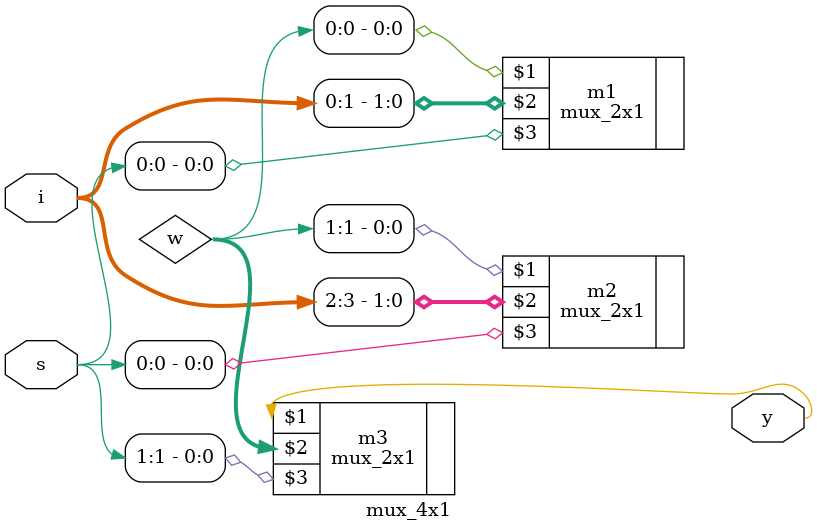
<source format=v>
`timescale 1ns / 1ps


module mux_4x1(y,i,s);
output y;
input [0:3] i;
input [1:0]s;
wire [0:1]w;
mux_2x1 m1(w[0],i[0:1],s[0]);
mux_2x1 m2(w[1],i[2:3],s[0]);
mux_2x1 m3(y,w[0:1],s[1]);

endmodule

</source>
